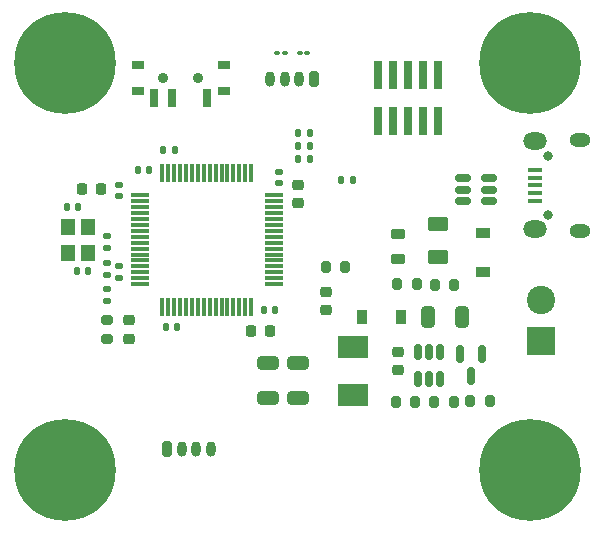
<source format=gbr>
%TF.GenerationSoftware,KiCad,Pcbnew,(6.0.1)*%
%TF.CreationDate,2022-05-18T16:29:04+06:30*%
%TF.ProjectId,STM32_USB_Buck,53544d33-325f-4555-9342-5f4275636b2e,v1.0*%
%TF.SameCoordinates,Original*%
%TF.FileFunction,Soldermask,Top*%
%TF.FilePolarity,Negative*%
%FSLAX46Y46*%
G04 Gerber Fmt 4.6, Leading zero omitted, Abs format (unit mm)*
G04 Created by KiCad (PCBNEW (6.0.1)) date 2022-05-18 16:29:04*
%MOMM*%
%LPD*%
G01*
G04 APERTURE LIST*
G04 Aperture macros list*
%AMRoundRect*
0 Rectangle with rounded corners*
0 $1 Rounding radius*
0 $2 $3 $4 $5 $6 $7 $8 $9 X,Y pos of 4 corners*
0 Add a 4 corners polygon primitive as box body*
4,1,4,$2,$3,$4,$5,$6,$7,$8,$9,$2,$3,0*
0 Add four circle primitives for the rounded corners*
1,1,$1+$1,$2,$3*
1,1,$1+$1,$4,$5*
1,1,$1+$1,$6,$7*
1,1,$1+$1,$8,$9*
0 Add four rect primitives between the rounded corners*
20,1,$1+$1,$2,$3,$4,$5,0*
20,1,$1+$1,$4,$5,$6,$7,0*
20,1,$1+$1,$6,$7,$8,$9,0*
20,1,$1+$1,$8,$9,$2,$3,0*%
G04 Aperture macros list end*
%ADD10RoundRect,0.200000X-0.200000X-0.275000X0.200000X-0.275000X0.200000X0.275000X-0.200000X0.275000X0*%
%ADD11RoundRect,0.218750X-0.256250X0.218750X-0.256250X-0.218750X0.256250X-0.218750X0.256250X0.218750X0*%
%ADD12C,0.900000*%
%ADD13C,8.600000*%
%ADD14R,1.200000X0.900000*%
%ADD15RoundRect,0.225000X0.250000X-0.225000X0.250000X0.225000X-0.250000X0.225000X-0.250000X-0.225000X0*%
%ADD16RoundRect,0.218750X0.256250X-0.218750X0.256250X0.218750X-0.256250X0.218750X-0.256250X-0.218750X0*%
%ADD17RoundRect,0.135000X0.135000X0.185000X-0.135000X0.185000X-0.135000X-0.185000X0.135000X-0.185000X0*%
%ADD18RoundRect,0.140000X0.170000X-0.140000X0.170000X0.140000X-0.170000X0.140000X-0.170000X-0.140000X0*%
%ADD19RoundRect,0.250000X-0.325000X-0.650000X0.325000X-0.650000X0.325000X0.650000X-0.325000X0.650000X0*%
%ADD20RoundRect,0.150000X-0.150000X0.587500X-0.150000X-0.587500X0.150000X-0.587500X0.150000X0.587500X0*%
%ADD21R,1.000000X0.800000*%
%ADD22R,0.700000X1.500000*%
%ADD23RoundRect,0.218750X-0.381250X0.218750X-0.381250X-0.218750X0.381250X-0.218750X0.381250X0.218750X0*%
%ADD24R,0.900000X1.200000*%
%ADD25RoundRect,0.225000X0.225000X0.250000X-0.225000X0.250000X-0.225000X-0.250000X0.225000X-0.250000X0*%
%ADD26RoundRect,0.250000X0.650000X-0.325000X0.650000X0.325000X-0.650000X0.325000X-0.650000X-0.325000X0*%
%ADD27RoundRect,0.140000X0.140000X0.170000X-0.140000X0.170000X-0.140000X-0.170000X0.140000X-0.170000X0*%
%ADD28RoundRect,0.150000X0.150000X-0.512500X0.150000X0.512500X-0.150000X0.512500X-0.150000X-0.512500X0*%
%ADD29R,1.200000X1.400000*%
%ADD30RoundRect,0.200000X0.275000X-0.200000X0.275000X0.200000X-0.275000X0.200000X-0.275000X-0.200000X0*%
%ADD31RoundRect,0.075000X-0.700000X-0.075000X0.700000X-0.075000X0.700000X0.075000X-0.700000X0.075000X0*%
%ADD32RoundRect,0.075000X-0.075000X-0.700000X0.075000X-0.700000X0.075000X0.700000X-0.075000X0.700000X0*%
%ADD33RoundRect,0.135000X-0.185000X0.135000X-0.185000X-0.135000X0.185000X-0.135000X0.185000X0.135000X0*%
%ADD34RoundRect,0.150000X0.512500X0.150000X-0.512500X0.150000X-0.512500X-0.150000X0.512500X-0.150000X0*%
%ADD35R,2.500000X1.900000*%
%ADD36RoundRect,0.200000X-0.200000X-0.450000X0.200000X-0.450000X0.200000X0.450000X-0.200000X0.450000X0*%
%ADD37O,0.800000X1.300000*%
%ADD38RoundRect,0.250000X-0.650000X0.325000X-0.650000X-0.325000X0.650000X-0.325000X0.650000X0.325000X0*%
%ADD39RoundRect,0.140000X-0.140000X-0.170000X0.140000X-0.170000X0.140000X0.170000X-0.140000X0.170000X0*%
%ADD40RoundRect,0.100000X0.130000X0.100000X-0.130000X0.100000X-0.130000X-0.100000X0.130000X-0.100000X0*%
%ADD41RoundRect,0.147500X0.172500X-0.147500X0.172500X0.147500X-0.172500X0.147500X-0.172500X-0.147500X0*%
%ADD42RoundRect,0.200000X0.200000X0.450000X-0.200000X0.450000X-0.200000X-0.450000X0.200000X-0.450000X0*%
%ADD43RoundRect,0.225000X-0.225000X-0.250000X0.225000X-0.250000X0.225000X0.250000X-0.225000X0.250000X0*%
%ADD44RoundRect,0.100000X-0.130000X-0.100000X0.130000X-0.100000X0.130000X0.100000X-0.130000X0.100000X0*%
%ADD45R,2.400000X2.400000*%
%ADD46C,2.400000*%
%ADD47R,0.740000X2.400000*%
%ADD48RoundRect,0.140000X-0.170000X0.140000X-0.170000X-0.140000X0.170000X-0.140000X0.170000X0.140000X0*%
%ADD49O,0.800000X0.800000*%
%ADD50R,1.300000X0.450000*%
%ADD51O,1.800000X1.150000*%
%ADD52O,2.000000X1.450000*%
%ADD53RoundRect,0.250000X0.625000X-0.375000X0.625000X0.375000X-0.625000X0.375000X-0.625000X-0.375000X0*%
G04 APERTURE END LIST*
D10*
%TO.C,R10*%
X158991800Y-117094000D03*
X160641800Y-117094000D03*
%TD*%
D11*
%TO.C,D4*%
X146800000Y-107812500D03*
X146800000Y-109387500D03*
%TD*%
D12*
%TO.C,H1*%
X166339019Y-90723219D03*
X161778181Y-86162381D03*
X161778181Y-90723219D03*
X167283600Y-88442800D03*
D13*
X164058600Y-88442800D03*
D12*
X164058600Y-85217800D03*
X164058600Y-91667800D03*
X160833600Y-88442800D03*
X166339019Y-86162381D03*
%TD*%
D14*
%TO.C,D2*%
X160045400Y-106145600D03*
X160045400Y-102845600D03*
%TD*%
D15*
%TO.C,C8*%
X144396200Y-100288800D03*
X144396200Y-98738800D03*
%TD*%
D16*
%TO.C,D1*%
X130146800Y-111807500D03*
X130146800Y-110232500D03*
%TD*%
D17*
%TO.C,R14*%
X145435000Y-94325000D03*
X144415000Y-94325000D03*
%TD*%
D18*
%TO.C,C11*%
X128216400Y-106369200D03*
X128216400Y-105409200D03*
%TD*%
D10*
%TO.C,R7*%
X156020000Y-107238800D03*
X157670000Y-107238800D03*
%TD*%
D19*
%TO.C,C13*%
X155395400Y-109905800D03*
X158345400Y-109905800D03*
%TD*%
D20*
%TO.C,Q1*%
X160030200Y-113032300D03*
X158130200Y-113032300D03*
X159080200Y-114907300D03*
%TD*%
D12*
%TO.C,SW1*%
X136000000Y-89670000D03*
D21*
X138150000Y-90780000D03*
X130850000Y-88570000D03*
D12*
X133000000Y-89670000D03*
D21*
X138150000Y-88570000D03*
X130850000Y-90780000D03*
D22*
X136750000Y-91430000D03*
X133750000Y-91430000D03*
X132250000Y-91430000D03*
%TD*%
D10*
%TO.C,R9*%
X155943800Y-117119400D03*
X157593800Y-117119400D03*
%TD*%
D23*
%TO.C,FB1*%
X152857200Y-102899700D03*
X152857200Y-105024700D03*
%TD*%
D24*
%TO.C,D3*%
X153161000Y-109905800D03*
X149861000Y-109905800D03*
%TD*%
D15*
%TO.C,C14*%
X152925000Y-114450000D03*
X152925000Y-112900000D03*
%TD*%
D25*
%TO.C,C1*%
X127721400Y-99132800D03*
X126171400Y-99132800D03*
%TD*%
D17*
%TO.C,R15*%
X149110000Y-98300000D03*
X148090000Y-98300000D03*
%TD*%
D26*
%TO.C,C16*%
X141885400Y-116765600D03*
X141885400Y-113815600D03*
%TD*%
D27*
%TO.C,C6*%
X131846000Y-97456400D03*
X130886000Y-97456400D03*
%TD*%
D28*
%TO.C,U2*%
X154548800Y-115183500D03*
X155498800Y-115183500D03*
X156448800Y-115183500D03*
X156448800Y-112908500D03*
X155498800Y-112908500D03*
X154548800Y-112908500D03*
%TD*%
D29*
%TO.C,Y1*%
X124978800Y-102300000D03*
X124978800Y-104500000D03*
X126678800Y-104500000D03*
X126678800Y-102300000D03*
%TD*%
D30*
%TO.C,R5*%
X128267200Y-111845000D03*
X128267200Y-110195000D03*
%TD*%
D10*
%TO.C,R6*%
X152845000Y-107162600D03*
X154495000Y-107162600D03*
%TD*%
D17*
%TO.C,R1*%
X134035000Y-95805400D03*
X133015000Y-95805400D03*
%TD*%
D31*
%TO.C,U1*%
X131025000Y-99650000D03*
X131025000Y-100150000D03*
X131025000Y-100650000D03*
X131025000Y-101150000D03*
X131025000Y-101650000D03*
X131025000Y-102150000D03*
X131025000Y-102650000D03*
X131025000Y-103150000D03*
X131025000Y-103650000D03*
X131025000Y-104150000D03*
X131025000Y-104650000D03*
X131025000Y-105150000D03*
X131025000Y-105650000D03*
X131025000Y-106150000D03*
X131025000Y-106650000D03*
X131025000Y-107150000D03*
D32*
X132950000Y-109075000D03*
X133450000Y-109075000D03*
X133950000Y-109075000D03*
X134450000Y-109075000D03*
X134950000Y-109075000D03*
X135450000Y-109075000D03*
X135950000Y-109075000D03*
X136450000Y-109075000D03*
X136950000Y-109075000D03*
X137450000Y-109075000D03*
X137950000Y-109075000D03*
X138450000Y-109075000D03*
X138950000Y-109075000D03*
X139450000Y-109075000D03*
X139950000Y-109075000D03*
X140450000Y-109075000D03*
D31*
X142375000Y-107150000D03*
X142375000Y-106650000D03*
X142375000Y-106150000D03*
X142375000Y-105650000D03*
X142375000Y-105150000D03*
X142375000Y-104650000D03*
X142375000Y-104150000D03*
X142375000Y-103650000D03*
X142375000Y-103150000D03*
X142375000Y-102650000D03*
X142375000Y-102150000D03*
X142375000Y-101650000D03*
X142375000Y-101150000D03*
X142375000Y-100650000D03*
X142375000Y-100150000D03*
X142375000Y-99650000D03*
D32*
X140450000Y-97725000D03*
X139950000Y-97725000D03*
X139450000Y-97725000D03*
X138950000Y-97725000D03*
X138450000Y-97725000D03*
X137950000Y-97725000D03*
X137450000Y-97725000D03*
X136950000Y-97725000D03*
X136450000Y-97725000D03*
X135950000Y-97725000D03*
X135450000Y-97725000D03*
X134950000Y-97725000D03*
X134450000Y-97725000D03*
X133950000Y-97725000D03*
X133450000Y-97725000D03*
X132950000Y-97725000D03*
%TD*%
D33*
%TO.C,R2*%
X128216400Y-103093200D03*
X128216400Y-104113200D03*
%TD*%
D34*
%TO.C,U3*%
X160637500Y-100100000D03*
X160637500Y-99150000D03*
X160637500Y-98200000D03*
X158362500Y-98200000D03*
X158362500Y-99150000D03*
X158362500Y-100100000D03*
%TD*%
D35*
%TO.C,L2*%
X149072600Y-112478600D03*
X149072600Y-116578600D03*
%TD*%
D12*
%TO.C,H3*%
X166339019Y-120655581D03*
X164058600Y-119711000D03*
X161778181Y-120655581D03*
D13*
X164058600Y-122936000D03*
D12*
X160833600Y-122936000D03*
X167283600Y-122936000D03*
X166339019Y-125216419D03*
X164058600Y-126161000D03*
X161778181Y-125216419D03*
%TD*%
D36*
%TO.C,J3*%
X133325000Y-121150000D03*
D37*
X134575000Y-121150000D03*
X135825000Y-121150000D03*
X137075000Y-121150000D03*
%TD*%
D27*
%TO.C,C10*%
X126664400Y-106041600D03*
X125704400Y-106041600D03*
%TD*%
D38*
%TO.C,C15*%
X144400000Y-113815600D03*
X144400000Y-116765600D03*
%TD*%
D39*
%TO.C,C4*%
X141554000Y-109343600D03*
X142514000Y-109343600D03*
%TD*%
D18*
%TO.C,C3*%
X129283200Y-99691600D03*
X129283200Y-98731600D03*
%TD*%
D40*
%TO.C,R3*%
X145194800Y-87608400D03*
X144554800Y-87608400D03*
%TD*%
D41*
%TO.C,L1*%
X128216400Y-108558600D03*
X128216400Y-107588600D03*
%TD*%
D27*
%TO.C,C9*%
X125830000Y-100650000D03*
X124870000Y-100650000D03*
%TD*%
D42*
%TO.C,J2*%
X145800000Y-89800000D03*
D37*
X144550000Y-89800000D03*
X143300000Y-89800000D03*
X142050000Y-89800000D03*
%TD*%
D17*
%TO.C,R13*%
X145435000Y-95475000D03*
X144415000Y-95475000D03*
%TD*%
%TO.C,R12*%
X145410000Y-96575000D03*
X144390000Y-96575000D03*
%TD*%
D13*
%TO.C,H2*%
X124714000Y-122936000D03*
D12*
X124714000Y-126161000D03*
X124714000Y-119711000D03*
X126994419Y-120655581D03*
X121489000Y-122936000D03*
X126994419Y-125216419D03*
X127939000Y-122936000D03*
X122433581Y-120655581D03*
X122433581Y-125216419D03*
%TD*%
D43*
%TO.C,C7*%
X140475000Y-111121600D03*
X142025000Y-111121600D03*
%TD*%
D44*
%TO.C,R4*%
X142675200Y-87615600D03*
X143315200Y-87615600D03*
%TD*%
D27*
%TO.C,C2*%
X134180000Y-110800000D03*
X133220000Y-110800000D03*
%TD*%
D10*
%TO.C,R8*%
X152718000Y-117144800D03*
X154368000Y-117144800D03*
%TD*%
D45*
%TO.C,J5*%
X165035000Y-111960600D03*
D46*
X165035000Y-108460600D03*
%TD*%
D47*
%TO.C,J1*%
X151160000Y-93350000D03*
X151160000Y-89450000D03*
X152430000Y-93350000D03*
X152430000Y-89450000D03*
X153700000Y-93350000D03*
X153700000Y-89450000D03*
X154970000Y-93350000D03*
X154970000Y-89450000D03*
X156240000Y-93350000D03*
X156240000Y-89450000D03*
%TD*%
D18*
%TO.C,C5*%
X142821400Y-98596800D03*
X142821400Y-97636800D03*
%TD*%
D48*
%TO.C,C12*%
X129283200Y-105663200D03*
X129283200Y-106623200D03*
%TD*%
D10*
%TO.C,R11*%
X146775000Y-105700000D03*
X148425000Y-105700000D03*
%TD*%
D49*
%TO.C,J4*%
X165550000Y-101300000D03*
X165550000Y-96300000D03*
D50*
X164450000Y-100100000D03*
X164450000Y-99450000D03*
X164450000Y-98800000D03*
X164450000Y-98150000D03*
X164450000Y-97500000D03*
D51*
X168300000Y-94925000D03*
X168300000Y-102675000D03*
D52*
X164500000Y-102525000D03*
X164500000Y-95075000D03*
%TD*%
D53*
%TO.C,F1*%
X156235400Y-104879600D03*
X156235400Y-102079600D03*
%TD*%
D12*
%TO.C,H4*%
X122433581Y-86162381D03*
X124714000Y-91667800D03*
X126994419Y-90723219D03*
X124714000Y-85217800D03*
X126994419Y-86162381D03*
D13*
X124714000Y-88442800D03*
D12*
X121489000Y-88442800D03*
X122433581Y-90723219D03*
X127939000Y-88442800D03*
%TD*%
M02*

</source>
